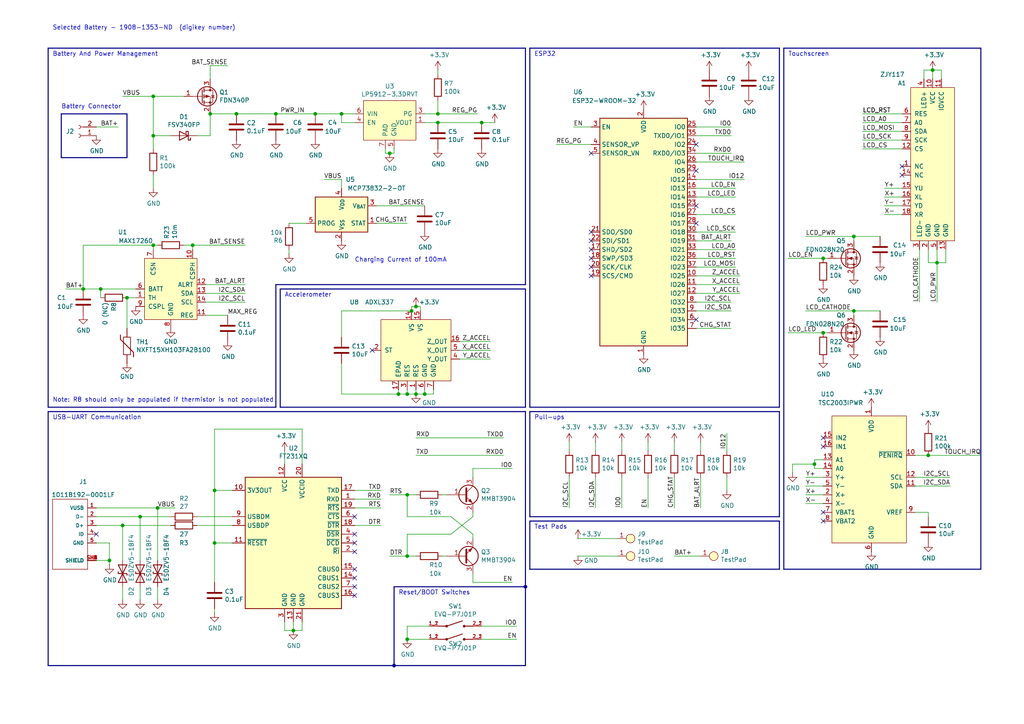
<source format=kicad_sch>
(kicad_sch (version 20250114) (generator "eeschema") (generator_version "9.0")
  (paper "A4")
  (title_block (title "ESP32 Custom SmartWatch") (date "2020-03-22") (rev "4") (comment 1 "https://hackaday.io/project/168227-custom-smartwatch") (comment 2 "Matthew James Bellafaire"))
  (text "Accelerometer\n" (at 82.55 86.36 0) (effects (font (size 1.27 1.27)) (justify left bottom)))
  (text "USB-UART Communication\n" (at 15.24 121.92 0) (effects (font (size 1.27 1.27)) (justify left bottom)))
  (text "Charging Current of 100mA\n" (at 102.87 76.2 0) (effects (font (size 1.27 1.27)) (justify left bottom)))
  (text "Selected Battery - 1908-1353-ND  (digikey number)" (at 15.24 8.89 0) (effects (font (size 1.27 1.27)) (justify left bottom)))
  (text "Test Pads\n" (at 154.94 153.67 0) (effects (font (size 1.27 1.27)) (justify left bottom)))
  (text "Pull-ups\n" (at 154.94 121.92 0) (effects (font (size 1.27 1.27)) (justify left bottom)))
  (text "Note: R8 should only be populated if thermistor is not populated" (at 15.24 116.84 0) (effects (font (size 1.27 1.27)) (justify left bottom)))
  (text "Battery Connector" (at 17.78 31.75 0) (effects (font (size 1.27 1.27)) (justify left bottom)))
  (text "Reset/BOOT Switches" (at 115.57 172.72 0) (effects (font (size 1.27 1.27)) (justify left bottom)))
  (text "Touchscreen " (at 228.6 16.51 0) (effects (font (size 1.27 1.27)) (justify left bottom)))
  (text "ESP32" (at 154.94 16.51 0) (effects (font (size 1.27 1.27)) (justify left bottom)))
  (text "Battery And Power Management" (at 15.24 16.51 0) (effects (font (size 1.27 1.27)) (justify left bottom)))
  (junction (at 55.88 71.12))
  (junction (at 127 35.56))
  (junction (at 80.01 33.02))
  (junction (at 68.58 33.02))
  (junction (at 62.23 157.48))
  (junction (at 269.24 132.08))
  (junction (at 35.56 152.4))
  (junction (at 114.3 193.04))
  (junction (at 113.03 44.45))
  (junction (at 238.76 96.52))
  (junction (at 118.11 161.29))
  (junction (at 29.21 83.82))
  (junction (at 247.65 90.17))
  (junction (at 44.45 27.94))
  (junction (at 152.4 170.18))
  (junction (at 36.83 86.36))
  (junction (at 44.45 39.37))
  (junction (at 119.38 90.17))
  (junction (at 247.65 68.58))
  (junction (at 85.09 182.88))
  (junction (at 120.65 114.3))
  (junction (at 270.51 20.32))
  (junction (at 31.75 162.56))
  (junction (at 271.78 76.2))
  (junction (at 45.72 147.32))
  (junction (at 118.11 114.3))
  (junction (at 99.06 33.02))
  (junction (at 24.13 83.82))
  (junction (at 139.7 35.56))
  (junction (at 118.11 143.51))
  (junction (at 123.19 114.3))
  (junction (at 40.64 149.86))
  (junction (at 236.22 134.62))
  (junction (at 118.11 185.42))
  (junction (at 62.23 142.24))
  (junction (at 115.57 114.3))
  (junction (at 60.96 33.02))
  (junction (at 44.45 71.12))
  (junction (at 91.44 33.02))
  (junction (at 127 33.02))
  (junction (at 120.65 88.9))
  (junction (at 238.76 74.93))
  (no_connect (at 201.93 59.69))
  (no_connect (at -30.48 34.29))
  (no_connect (at 171.45 80.01))
  (no_connect (at 201.93 49.53))
  (no_connect (at 201.93 64.77))
  (no_connect (at 201.93 92.71))
  (no_connect (at 102.87 167.64))
  (no_connect (at 102.87 172.72))
  (no_connect (at 238.76 151.13))
  (no_connect (at 171.45 67.31))
  (no_connect (at 238.76 127))
  (no_connect (at 102.87 165.1))
  (no_connect (at 107.95 101.6))
  (no_connect (at 238.76 148.59))
  (no_connect (at 27.94 154.94))
  (no_connect (at 238.76 129.54))
  (no_connect (at 102.87 157.48))
  (no_connect (at 171.45 44.45))
  (no_connect (at 102.87 149.86))
  (no_connect (at 171.45 74.93))
  (no_connect (at 171.45 69.85))
  (no_connect (at 171.45 77.47))
  (no_connect (at 261.62 48.26))
  (no_connect (at 171.45 72.39))
  (no_connect (at 102.87 160.02))
  (no_connect (at 261.62 50.8))
  (no_connect (at 102.87 154.94))
  (no_connect (at 102.87 170.18))
  (no_connect (at 201.93 41.91))
  (wire (pts (xy 228.6 96.52) (xy 238.76 96.52)))
  (wire (pts (xy 44.45 39.37) (xy 44.45 27.94)))
  (wire (pts (xy 137.16 168.91) (xy 148.59 168.91)))
  (wire (pts (xy 123.19 35.56) (xy 127 35.56)))
  (wire (pts (xy 165.1 138.43) (xy 165.1 147.32)))
  (wire (pts (xy 62.23 157.48) (xy 62.23 142.24)))
  (wire (pts (xy 137.16 135.89) (xy 148.59 135.89)))
  (bus (pts (xy 152.4 170.18) (xy 152.4 193.04)))
  (wire (pts (xy 82.55 182.88) (xy 85.09 182.88)))
  (wire (pts (xy 120.65 113.03) (xy 120.65 114.3)))
  (wire (pts (xy 82.55 180.34) (xy 82.55 182.88)))
  (bus (pts (xy 17.78 45.72) (xy 17.78 33.02)))
  (wire (pts (xy 85.09 182.88) (xy 87.63 182.88)))
  (wire (pts (xy 228.6 74.93) (xy 238.76 74.93)))
  (bus (pts (xy 81.28 118.11) (xy 152.4 118.11)))
  (bus (pts (xy 153.67 151.13) (xy 226.06 151.13)))
  (wire (pts (xy 118.11 114.3) (xy 120.65 114.3)))
  (wire (pts (xy 99.06 105.41) (xy 99.06 114.3)))
  (wire (pts (xy 201.93 87.63) (xy 212.09 87.63)))
  (wire (pts (xy 27.94 157.48) (xy 31.75 157.48)))
  (wire (pts (xy 213.36 72.39) (xy 201.93 72.39)))
  (bus (pts (xy 226.06 165.1) (xy 153.67 165.1)))
  (wire (pts (xy 213.36 62.23) (xy 201.93 62.23)))
  (wire (pts (xy 250.19 40.64) (xy 261.62 40.64)))
  (wire (pts (xy 165.1 128.27) (xy 165.1 130.81)))
  (wire (pts (xy 62.23 176.53) (xy 62.23 177.8)))
  (bus (pts (xy 114.3 170.18) (xy 114.3 193.04)))
  (wire (pts (xy 80.01 33.02) (xy 91.44 33.02)))
  (wire (pts (xy 29.21 83.82) (xy 39.37 83.82)))
  (wire (pts (xy 120.65 132.08) (xy 146.05 132.08)))
  (wire (pts (xy 118.11 149.86) (xy 118.11 143.51)))
  (wire (pts (xy 203.2 138.43) (xy 203.2 147.32)))
  (wire (pts (xy 201.93 90.17) (xy 212.09 90.17)))
  (wire (pts (xy 201.93 44.45) (xy 212.09 44.45)))
  (wire (pts (xy 62.23 124.46) (xy 87.63 124.46)))
  (wire (pts (xy 210.82 130.81) (xy 210.82 125.73)))
  (wire (pts (xy 123.19 113.03) (xy 123.19 114.3)))
  (wire (pts (xy 119.38 90.17) (xy 99.06 90.17)))
  (wire (pts (xy 119.38 90.17) (xy 119.38 88.9)))
  (wire (pts (xy 102.87 147.32) (xy 110.49 147.32)))
  (wire (pts (xy 125.73 114.3) (xy 125.73 113.03)))
  (wire (pts (xy 99.06 90.17) (xy 99.06 97.79)))
  (wire (pts (xy 124.46 185.42) (xy 118.11 185.42)))
  (bus (pts (xy 13.97 13.97) (xy 152.4 13.97)))
  (wire (pts (xy 180.34 128.27) (xy 180.34 130.81)))
  (wire (pts (xy 142.24 99.06) (xy 133.35 99.06)))
  (wire (pts (xy 109.22 64.77) (xy 118.11 64.77)))
  (wire (pts (xy 201.93 36.83) (xy 212.09 36.83)))
  (wire (pts (xy 238.76 74.93) (xy 240.03 74.93)))
  (wire (pts (xy 118.11 161.29) (xy 120.65 161.29)))
  (bus (pts (xy 226.06 118.11) (xy 226.06 13.97)))
  (wire (pts (xy 109.22 59.69) (xy 123.19 59.69)))
  (wire (pts (xy 31.75 157.48) (xy 31.75 162.56)))
  (wire (pts (xy 102.87 152.4) (xy 110.49 152.4)))
  (bus (pts (xy 81.28 83.82) (xy 81.28 118.11)))
  (wire (pts (xy 270.51 20.32) (xy 273.05 20.32)))
  (wire (pts (xy 59.69 85.09) (xy 71.12 85.09)))
  (wire (pts (xy 247.65 69.85) (xy 247.65 68.58)))
  (bus (pts (xy 226.06 165.1) (xy 226.06 151.13)))
  (wire (pts (xy 91.44 33.02) (xy 99.06 33.02)))
  (wire (pts (xy 201.93 80.01) (xy 214.63 80.01)))
  (bus (pts (xy 227.33 13.97) (xy 227.33 165.1)))
  (wire (pts (xy 137.16 149.86) (xy 130.81 154.94)))
  (wire (pts (xy 59.69 87.63) (xy 71.12 87.63)))
  (wire (pts (xy 139.7 181.61) (xy 149.86 181.61)))
  (wire (pts (xy 213.36 74.93) (xy 201.93 74.93)))
  (wire (pts (xy 35.56 170.18) (xy 35.56 173.99)))
  (bus (pts (xy 13.97 119.38) (xy 13.97 193.04)))
  (wire (pts (xy 35.56 162.56) (xy 35.56 152.4)))
  (bus (pts (xy 153.67 151.13) (xy 153.67 165.1)))
  (wire (pts (xy 195.58 161.29) (xy 203.2 161.29)))
  (wire (pts (xy 137.16 138.43) (xy 137.16 135.89)))
  (wire (pts (xy 39.37 86.36) (xy 36.83 86.36)))
  (wire (pts (xy 118.11 113.03) (xy 118.11 114.3)))
  (wire (pts (xy 265.43 140.97) (xy 275.59 140.97)))
  (wire (pts (xy 118.11 143.51) (xy 120.65 143.51)))
  (wire (pts (xy 274.32 76.2) (xy 274.32 72.39)))
  (wire (pts (xy 120.65 88.9) (xy 121.92 88.9)))
  (bus (pts (xy 13.97 193.04) (xy 114.3 193.04)))
  (wire (pts (xy 256.54 54.61) (xy 261.62 54.61)))
  (wire (pts (xy 233.68 68.58) (xy 247.65 68.58)))
  (wire (pts (xy 115.57 114.3) (xy 118.11 114.3)))
  (wire (pts (xy 247.65 68.58) (xy 255.27 68.58)))
  (wire (pts (xy 27.94 147.32) (xy 45.72 147.32)))
  (wire (pts (xy 139.7 185.42) (xy 149.86 185.42)))
  (bus (pts (xy 152.4 119.38) (xy 152.4 170.18)))
  (wire (pts (xy 62.23 142.24) (xy 67.31 142.24)))
  (wire (pts (xy 99.06 35.56) (xy 102.87 35.56)))
  (wire (pts (xy 114.3 44.45) (xy 114.3 43.18)))
  (wire (pts (xy 137.16 154.94) (xy 130.81 149.86)))
  (wire (pts (xy 113.03 143.51) (xy 118.11 143.51)))
  (wire (pts (xy 142.24 104.14) (xy 133.35 104.14)))
  (wire (pts (xy 19.05 83.82) (xy 24.13 83.82)))
  (wire (pts (xy 60.96 33.02) (xy 68.58 33.02)))
  (wire (pts (xy 44.45 27.94) (xy 35.56 27.94)))
  (wire (pts (xy 82.55 130.81) (xy 82.55 134.62)))
  (wire (pts (xy 57.15 149.86) (xy 67.31 149.86)))
  (bus (pts (xy 153.67 118.11) (xy 153.67 13.97)))
  (wire (pts (xy 271.78 76.2) (xy 274.32 76.2)))
  (wire (pts (xy 113.03 161.29) (xy 118.11 161.29)))
  (wire (pts (xy 236.22 135.89) (xy 238.76 135.89)))
  (wire (pts (xy 44.45 50.8) (xy 44.45 54.61)))
  (wire (pts (xy 27.94 149.86) (xy 40.64 149.86)))
  (wire (pts (xy 233.68 138.43) (xy 238.76 138.43)))
  (wire (pts (xy 267.97 20.32) (xy 270.51 20.32)))
  (bus (pts (xy 36.83 33.02) (xy 36.83 45.72)))
  (wire (pts (xy 284.48 132.08) (xy 269.24 132.08)))
  (wire (pts (xy 201.93 46.99) (xy 215.9 46.99)))
  (bus (pts (xy 80.01 82.55) (xy 152.4 82.55)))
  (wire (pts (xy 120.65 127) (xy 146.05 127)))
  (wire (pts (xy 187.96 128.27) (xy 187.96 130.81)))
  (wire (pts (xy 55.88 71.12) (xy 55.88 72.39)))
  (wire (pts (xy 99.06 33.02) (xy 99.06 35.56)))
  (bus (pts (xy 153.67 119.38) (xy 226.06 119.38)))
  (wire (pts (xy 99.06 114.3) (xy 115.57 114.3)))
  (wire (pts (xy 127 29.21) (xy 127 33.02)))
  (wire (pts (xy 119.38 88.9) (xy 120.65 88.9)))
  (wire (pts (xy 265.43 132.08) (xy 269.24 132.08)))
  (wire (pts (xy 40.64 149.86) (xy 49.53 149.86)))
  (wire (pts (xy 265.43 148.59) (xy 269.24 148.59)))
  (wire (pts (xy 172.72 138.43) (xy 172.72 147.32)))
  (wire (pts (xy 45.72 170.18) (xy 45.72 173.99)))
  (wire (pts (xy 113.03 44.45) (xy 114.3 44.45)))
  (wire (pts (xy 83.82 73.66) (xy 83.82 72.39)))
  (wire (pts (xy 201.93 52.07) (xy 215.9 52.07)))
  (wire (pts (xy 172.72 128.27) (xy 172.72 130.81)))
  (wire (pts (xy 24.13 71.12) (xy 44.45 71.12)))
  (wire (pts (xy 213.36 77.47) (xy 201.93 77.47)))
  (wire (pts (xy 99.06 52.07) (xy 99.06 54.61)))
  (wire (pts (xy 250.19 38.1) (xy 261.62 38.1)))
  (wire (pts (xy 236.22 134.62) (xy 236.22 135.89)))
  (wire (pts (xy 62.23 157.48) (xy 67.31 157.48)))
  (wire (pts (xy 60.96 19.05) (xy 66.04 19.05)))
  (wire (pts (xy 127 20.32) (xy 127 21.59)))
  (wire (pts (xy 201.93 82.55) (xy 214.63 82.55)))
  (wire (pts (xy 233.68 146.05) (xy 238.76 146.05)))
  (wire (pts (xy 87.63 134.62) (xy 87.63 124.46)))
  (bus (pts (xy 152.4 13.97) (xy 152.4 82.55)))
  (wire (pts (xy 60.96 39.37) (xy 60.96 33.02)))
  (wire (pts (xy 111.76 44.45) (xy 111.76 43.18)))
  (wire (pts (xy 256.54 57.15) (xy 261.62 57.15)))
  (wire (pts (xy 195.58 128.27) (xy 195.58 130.81)))
  (wire (pts (xy 55.88 71.12) (xy 71.12 71.12)))
  (wire (pts (xy 201.93 85.09) (xy 214.63 85.09)))
  (wire (pts (xy 44.45 27.94) (xy 53.34 27.94)))
  (wire (pts (xy 118.11 181.61) (xy 118.11 185.42)))
  (wire (pts (xy 59.69 91.44) (xy 66.04 91.44)))
  (wire (pts (xy 270.51 22.86) (xy 270.51 20.32)))
  (bus (pts (xy 284.48 13.97) (xy 284.48 165.1)))
  (wire (pts (xy 62.23 157.48) (xy 62.23 168.91)))
  (wire (pts (xy 201.93 39.37) (xy 212.09 39.37)))
  (wire (pts (xy 265.43 138.43) (xy 275.59 138.43)))
  (bus (pts (xy 17.78 33.02) (xy 36.83 33.02)))
  (wire (pts (xy 60.96 19.05) (xy 60.96 22.86)))
  (wire (pts (xy 171.45 36.83) (xy 166.37 36.83)))
  (wire (pts (xy 45.72 162.56) (xy 45.72 147.32)))
  (wire (pts (xy 93.98 52.07) (xy 99.06 52.07)))
  (wire (pts (xy 233.68 143.51) (xy 238.76 143.51)))
  (bus (pts (xy 153.67 119.38) (xy 153.67 149.86)))
  (wire (pts (xy 40.64 170.18) (xy 40.64 173.99)))
  (wire (pts (xy 250.19 35.56) (xy 261.62 35.56)))
  (wire (pts (xy 233.68 140.97) (xy 238.76 140.97)))
  (bus (pts (xy 152.4 83.82) (xy 152.4 118.11)))
  (bus (pts (xy 226.06 13.97) (xy 153.67 13.97)))
  (wire (pts (xy 233.68 90.17) (xy 247.65 90.17)))
  (wire (pts (xy 236.22 133.35) (xy 236.22 134.62)))
  (wire (pts (xy 115.57 113.03) (xy 115.57 114.3)))
  (wire (pts (xy 269.24 76.2) (xy 271.78 76.2)))
  (wire (pts (xy 201.93 95.25) (xy 212.09 95.25)))
  (wire (pts (xy 35.56 152.4) (xy 49.53 152.4)))
  (wire (pts (xy 40.64 162.56) (xy 40.64 149.86)))
  (wire (pts (xy 102.87 144.78) (xy 110.49 144.78)))
  (bus (pts (xy 13.97 13.97) (xy 13.97 118.11)))
  (wire (pts (xy 123.19 114.3) (xy 125.73 114.3)))
  (wire (pts (xy 128.27 161.29) (xy 129.54 161.29)))
  (wire (pts (xy 99.06 33.02) (xy 102.87 33.02)))
  (wire (pts (xy 269.24 72.39) (xy 269.24 76.2)))
  (wire (pts (xy 27.94 152.4) (xy 35.56 152.4)))
  (wire (pts (xy 87.63 182.88) (xy 87.63 180.34)))
  (wire (pts (xy 139.7 35.56) (xy 143.51 35.56)))
  (wire (pts (xy 201.93 69.85) (xy 212.09 69.85)))
  (bus (pts (xy 153.67 149.86) (xy 226.06 149.86)))
  (bus (pts (xy 153.67 118.11) (xy 226.06 118.11)))
  (wire (pts (xy 130.81 149.86) (xy 118.11 149.86)))
  (wire (pts (xy 83.82 64.77) (xy 88.9 64.77)))
  (wire (pts (xy 238.76 96.52) (xy 240.03 96.52)))
  (wire (pts (xy 111.76 44.45) (xy 113.03 44.45)))
  (wire (pts (xy 57.15 39.37) (xy 60.96 39.37)))
  (wire (pts (xy 180.34 138.43) (xy 180.34 147.32)))
  (wire (pts (xy 124.46 181.61) (xy 118.11 181.61)))
  (wire (pts (xy 68.58 33.02) (xy 80.01 33.02)))
  (wire (pts (xy 45.72 147.32) (xy 50.8 147.32)))
  (wire (pts (xy 210.82 142.24) (xy 210.82 138.43)))
  (wire (pts (xy 247.65 90.17) (xy 255.27 90.17)))
  (wire (pts (xy 201.93 54.61) (xy 213.36 54.61)))
  (wire (pts (xy 256.54 62.23) (xy 261.62 62.23)))
  (wire (pts (xy 44.45 71.12) (xy 45.72 71.12)))
  (wire (pts (xy 273.05 20.32) (xy 273.05 22.86)))
  (wire (pts (xy 31.75 162.56) (xy 31.75 163.83)))
  (wire (pts (xy 53.34 71.12) (xy 55.88 71.12)))
  (wire (pts (xy 256.54 59.69) (xy 261.62 59.69)))
  (wire (pts (xy 142.24 101.6) (xy 133.35 101.6)))
  (wire (pts (xy 213.36 57.15) (xy 201.93 57.15)))
  (wire (pts (xy 59.69 82.55) (xy 71.12 82.55)))
  (wire (pts (xy 85.09 180.34) (xy 85.09 182.88)))
  (wire (pts (xy 128.27 143.51) (xy 129.54 143.51)))
  (wire (pts (xy 250.19 33.02) (xy 261.62 33.02)))
  (wire (pts (xy 179.07 156.21) (xy 167.64 156.21)))
  (wire (pts (xy 238.76 133.35) (xy 236.22 133.35)))
  (bus (pts (xy 227.33 13.97) (xy 284.48 13.97)))
  (wire (pts (xy 236.22 134.62) (xy 229.87 134.62)))
  (bus (pts (xy 227.33 165.1) (xy 284.48 165.1)))
  (bus (pts (xy 226.06 119.38) (xy 226.06 149.86)))
  (wire (pts (xy 229.87 134.62) (xy 229.87 137.16)))
  (wire (pts (xy 195.58 138.43) (xy 195.58 147.32)))
  (bus (pts (xy 80.01 118.11) (xy 13.97 118.11)))
  (wire (pts (xy 127 33.02) (xy 138.43 33.02)))
  (wire (pts (xy 187.96 138.43) (xy 187.96 147.32)))
  (bus (pts (xy 114.3 193.04) (xy 152.4 193.04)))
  (wire (pts (xy 137.16 166.37) (xy 137.16 168.91)))
  (wire (pts (xy 121.92 88.9) (xy 121.92 90.17)))
  (wire (pts (xy 271.78 76.2) (xy 271.78 87.63)))
  (wire (pts (xy 36.83 86.36) (xy 36.83 95.25)))
  (wire (pts (xy 24.13 83.82) (xy 29.21 83.82)))
  (wire (pts (xy 269.24 149.86) (xy 269.24 148.59)))
  (wire (pts (xy 29.21 86.36) (xy 29.21 83.82)))
  (wire (pts (xy 267.97 22.86) (xy 267.97 20.32)))
  (bus (pts (xy 81.28 83.82) (xy 152.4 83.82)))
  (bus (pts (xy 80.01 82.55) (xy 80.01 118.11)))
  (wire (pts (xy 137.16 148.59) (xy 137.16 149.86)))
  (wire (pts (xy 203.2 128.27) (xy 203.2 130.81)))
  (wire (pts (xy 266.7 72.39) (xy 266.7 87.63)))
  (wire (pts (xy 130.81 154.94) (xy 118.11 154.94)))
  (wire (pts (xy 44.45 72.39) (xy 44.45 71.12)))
  (wire (pts (xy 213.36 67.31) (xy 201.93 67.31)))
  (wire (pts (xy 24.13 71.12) (xy 24.13 83.82)))
  (wire (pts (xy 271.78 72.39) (xy 271.78 76.2)))
  (wire (pts (xy 27.94 162.56) (xy 31.75 162.56)))
  (wire (pts (xy 137.16 156.21) (xy 137.16 154.94)))
  (wire (pts (xy 120.65 114.3) (xy 123.19 114.3)))
  (wire (pts (xy 179.07 161.29) (xy 167.64 161.29)))
  (wire (pts (xy 44.45 39.37) (xy 44.45 43.18)))
  (wire (pts (xy 57.15 152.4) (xy 67.31 152.4)))
  (wire (pts (xy 102.87 142.24) (xy 110.49 142.24)))
  (bus (pts (xy 152.4 170.18) (xy 114.3 170.18)))
  (wire (pts (xy 123.19 33.02) (xy 127 33.02)))
  (bus (pts (xy 36.83 45.72) (xy 17.78 45.72)))
  (wire (pts (xy 62.23 142.24) (xy 62.23 124.46)))
  (wire (pts (xy 127 35.56) (xy 139.7 35.56)))
  (wire (pts (xy 247.65 91.44) (xy 247.65 90.17)))
  (wire (pts (xy 49.53 39.37) (xy 44.45 39.37)))
  (wire (pts (xy 118.11 154.94) (xy 118.11 161.29)))
  (wire (pts (xy 27.94 36.83) (xy 34.29 36.83)))
  (wire (pts (xy 250.19 43.18) (xy 261.62 43.18)))
  (wire (pts (xy 171.45 41.91) (xy 161.29 41.91)))
  (bus (pts (xy 13.97 119.38) (xy 152.4 119.38)))
  (label "LCD_CATHODE" (at 233.68 90.17 0))
  (label "TOUCH_IRQ" (at 215.9 46.99 180))
  (label "LCD_PWR" (at 271.78 87.63 90))
  (label "LCD_RST" (at 250.19 33.02 0))
  (label "RXD0" (at 146.05 132.08 180))
  (label "BAT_SENSE" (at 71.12 71.12 180))
  (label "X_ACCEL" (at 214.63 82.55 180))
  (label "LCD_LED" (at 213.36 57.15 180))
  (label "RTS" (at 113.03 143.51 0))
  (label "VBUS" (at 35.56 27.94 0))
  (label "I2C_SDA" (at 212.09 90.17 180))
  (label "IO0" (at 212.09 36.83 180))
  (label "BAT_SENSE" (at 123.19 59.69 180))
  (label "I2C_SCL" (at 212.09 87.63 180))
  (label "PWR_IN" (at 81.28 33.02 0))
  (label "X+" (at 233.68 143.51 0))
  (label "I2C_SDA" (at 275.59 140.97 180))
  (label "X_ACCEL" (at 142.24 101.6 180))
  (label "LCD_CATHODE" (at 266.7 87.63 90))
  (label "LCD_EN" (at 213.36 54.61 180))
  (label "I2C_SCL" (at 71.12 87.63 180))
  (label "TXD" (at 110.49 142.24 180))
  (label "LCD_EN" (at 228.6 74.93 0))
  (label "CHG_STAT" (at 212.09 95.25 180))
  (label "I2C_SDA" (at 71.12 85.09 180))
  (label "TXD0" (at 146.05 127 180))
  (label "Y_ACCEL" (at 142.24 104.14 180))
  (label "RXD" (at 110.49 144.78 180))
  (label "I2C_SCL" (at 275.59 138.43 180))
  (label "RXD" (at 120.65 127 0))
  (label "IO0" (at 148.59 135.89 180))
  (label "BAT+" (at 19.05 83.82 0))
  (label "VBUS" (at 93.98 52.07 0))
  (label "Z_ACCEL" (at 142.24 99.06 180))
  (label "IO12" (at 215.9 52.07 180))
  (label "MAX_REG" (at 66.04 91.44 0))
  (label "X-" (at 256.54 62.23 0))
  (label "BAT+" (at 195.58 161.29 0))
  (label "LCD_CS" (at 213.36 62.23 180))
  (label "LCD_A0" (at 213.36 72.39 180))
  (label "LCD_CS" (at 250.19 43.18 0))
  (label "EN" (at 148.59 168.91 180))
  (label "TXD" (at 120.65 132.08 0))
  (label "BAT_SENSE" (at 66.04 19.05 180))
  (label "LCD_A0" (at 250.19 35.56 0))
  (label "LCD_PWR" (at 233.68 68.58 0))
  (label "DTR" (at 110.49 152.4 180))
  (label "LCD_RST" (at 250.19 33.02 0))
  (label "RTS" (at 110.49 147.32 180))
  (label "Y-" (at 233.68 140.97 0))
  (label "I2C_SDA" (at 172.72 147.32 90))
  (label "TXD0" (at 212.09 39.37 180))
  (label "IO0" (at 149.86 181.61 180))
  (label "Y+" (at 256.54 54.61 0))
  (label "TOUCH_IRQ" (at 284.48 132.08 180))
  (label "Y-" (at 256.54 59.69 0))
  (label "I2C_SCL" (at 165.1 147.32 90))
  (label "BAT_ALRT" (at 71.12 82.55 180))
  (label "BAT_ALRT" (at 203.2 147.32 90))
  (label "REG_PG" (at 138.43 33.02 180))
  (label "REG_PG" (at 161.29 41.91 0))
  (label "X-" (at 233.68 146.05 0))
  (label "Z_ACCEL" (at 214.63 80.01 180))
  (label "LCD_MOSI" (at 250.19 38.1 0))
  (label "CHG_STAT" (at 195.58 147.32 90))
  (label "LCD_LED" (at 228.6 96.52 0))
  (label "VBUS" (at 50.8 147.32 180))
  (label "LCD_RST" (at 213.36 74.93 180))
  (label "X+" (at 256.54 57.15 0))
  (label "IO12" (at 210.82 125.73 270))
  (label "IO0" (at 180.34 147.32 90))
  (label "CHG_STAT" (at 118.11 64.77 180))
  (label "LCD_MOSI" (at 213.36 77.47 180))
  (label "BAT_ALRT" (at 212.09 69.85 180))
  (label "Y+" (at 233.68 138.43 0))
  (label "LCD_SCK" (at 250.19 40.64 0))
  (label "Y_ACCEL" (at 214.63 85.09 180))
  (label "BAT+" (at 34.29 36.83 180))
  (label "RXD0" (at 212.09 44.45 180))
  (label "DTR" (at 113.03 161.29 0))
  (label "EN" (at 149.86 185.42 180))
  (label "EN" (at 187.96 147.32 90))
  (label "EN" (at 166.37 36.83 0))
  (label "LCD_SCK" (at 213.36 67.31 180))
  (symbol (lib_id "RF_Module:ESP32-WROOM-32") (at 186.69 67.31 0) (unit 1)
    (property "Reference" "U6" (at 167.64 26.67 0))
    (property "Value" "ESP32-WROOM-32" (at 175.26 29.21 0))
    (property "Footprint" "RF_Module:ESP32-WROOM-32" (effects (hide yes)))
    (property "Datasheet" "https://www.espressif.com/sites/default/files/documentation/esp32-wroom-32_datasheet_en.pdf" (effects (hide yes)))
    (property "digikey" "1904-1010-1-ND" (effects (hide yes)))
  )
  (symbol (lib_id "Device:R") (at 180.34 134.62 0) (unit 1)
    (property "Reference" "R15" (at 182.118 133.4516 0) (effects (justify left)))
    (property "Value" "10k" (at 182.118 135.763 0) (effects (justify left)))
    (property "Footprint" "Resistor_SMD:R_0603_1608Metric" (effects (hide yes)))
    (property "digikey" "311-10.0KCRCT-ND" (effects (hide yes)))
  )
  (symbol (lib_id "power:+3.3V") (at 186.69 31.75 0) (unit 1)
    (property "Reference" "#PWR0101" (effects (hide yes)))
    (property "Value" "+3.3V" (at 187.071 27.3558 0))
  )
  (symbol (lib_id "power:+3.3V") (at 180.34 128.27 0) (unit 1)
    (property "Reference" "#PWR0103" (effects (hide yes)))
    (property "Value" "+3.3V" (at 180.721 123.8758 0))
  )
  (symbol (lib_id "power:+3.3V") (at 187.96 128.27 0) (unit 1)
    (property "Reference" "#PWR0104" (effects (hide yes)))
    (property "Value" "+3.3V" (at 188.341 123.8758 0))
  )
  (symbol (lib_id "power:GND") (at 186.69 102.87 0) (unit 1)
    (property "Reference" "#PWR0102" (effects (hide yes)))
    (property "Value" "GND" (at 186.817 107.2642 0))
  )
  (symbol (lib_id "Device:R") (at 187.96 134.62 0) (unit 1)
    (property "Reference" "R16" (at 189.738 133.4516 0) (effects (justify left)))
    (property "Value" "10k" (at 189.738 135.763 0) (effects (justify left)))
    (property "Footprint" "Resistor_SMD:R_0603_1608Metric" (effects (hide yes)))
    (property "digikey" "311-10.0KCRCT-ND" (effects (hide yes)))
  )
  (symbol (lib_id "Device:Q_NPN_BEC") (at 134.62 143.51 0) (unit 1)
    (property "Reference" "Q2" (at 139.4714 142.3416 0) (effects (justify left)))
    (property "Value" "MMBT3904" (at 139.4714 144.653 0) (effects (justify left)))
    (property "Footprint" "Package_TO_SOT_SMD:SOT-23" (effects (hide yes)))
    (property "Datasheet" "https://assets.nexperia.com/documents/data-sheet/MMBT3904.pdf" (effects (hide yes)))
    (property "digikey" "1727-4044-1-ND" (effects (hide yes)))
  )
  (symbol (lib_id "Device:Q_NPN_BEC") (at 134.62 161.29 0) (mirror x) (unit 1)
    (property "Reference" "Q3" (at 139.4714 160.1216 0) (effects (justify left)))
    (property "Value" "MMBT3904" (at 139.4714 162.433 0) (effects (justify left)))
    (property "Footprint" "Package_TO_SOT_SMD:SOT-23" (effects (hide yes)))
    (property "Datasheet" "https://assets.nexperia.com/documents/data-sheet/MMBT3904.pdf" (effects (hide yes)))
    (property "digikey" "1727-4044-1-ND" (effects (hide yes)))
  )
  (symbol (lib_id "Device:R") (at 124.46 143.51 270) (unit 1)
    (property "Reference" "R9" (at 124.46 146.05 90) (effects (justify left)))
    (property "Value" "10k" (at 124.46 148.59 90) (effects (justify left)))
    (property "Footprint" "Resistor_SMD:R_0603_1608Metric" (effects (hide yes)))
    (property "digikey" "311-10.0KCRCT-ND" (effects (hide yes)))
  )
  (symbol (lib_id "Device:R") (at 124.46 161.29 270) (unit 1)
    (property "Reference" "R10" (at 124.46 163.83 90) (effects (justify left)))
    (property "Value" "10k" (at 124.46 166.37 90) (effects (justify left)))
    (property "Footprint" "Resistor_SMD:R_0603_1608Metric" (effects (hide yes)))
    (property "digikey" "311-10.0KCRCT-ND" (effects (hide yes)))
  )
  (symbol (lib_id "power:+3.3V") (at 82.55 130.81 0) (unit 1)
    (property "Reference" "#PWR0105" (effects (hide yes)))
    (property "Value" "+3.3V" (at 82.931 126.4158 0))
  )
  (symbol (lib_id "power:GND") (at 62.23 177.8 0) (unit 1)
    (property "Reference" "#PWR0106" (effects (hide yes)))
    (property "Value" "GND" (at 62.357 182.1942 0))
  )
  (symbol (lib_id "Device:C") (at 62.23 172.72 0) (unit 1)
    (property "Reference" "C3" (at 65.151 171.5516 0) (effects (justify left)))
    (property "Value" "0.1uF" (at 65.151 173.863 0) (effects (justify left)))
    (property "Footprint" "Capacitor_SMD:C_0603_1608Metric" (effects (hide yes)))
    (property "digikey" "1276-1006-1-ND" (effects (hide yes)))
  )
  (symbol (lib_id "power:GND") (at 85.09 182.88 0) (unit 1)
    (property "Reference" "#PWR0107" (effects (hide yes)))
    (property "Value" "GND" (at 85.217 187.2742 0))
  )
  (symbol (lib_name "10118192-0001LF_1") (lib_id "CustomParts:10118192-0001LF") (at 20.32 154.94 0) (mirror y) (unit 1)
    (property "Reference" "J1" (at 24.13 139.7 0))
    (property "Value" "10118192-0001LF" (at 24.13 143.51 0))
    (property "Footprint" "CustomFootprints:AMPHENOL_10118192-0001LF" (effects (hide yes)))
    (property "Datasheet" "Amphenol ICC" (effects (hide yes)))
    (property "Field4" "None" (effects (hide yes)))
    (property "Field5" "Single Port 5 Contact Horizontal Right Angle Shielded Micro B USB 2.0 Connector" (effects (hide yes)))
    (property "digikey" "609-4613-1-ND" (effects (hide yes)))
    (property "Field7" "10118192-0001LF" (effects (hide yes)))
    (property "Field8" "https://www.digikey.com/product-detail/en/amphenol-icc-fci/10118192-0001LF/609-4613-1-ND/2785378?utm_source=snapeda&utm_medium=aggregator&utm_campaign=symbol" (effects (hide yes)))
  )
  (symbol (lib_id "Device:R") (at 53.34 149.86 90) (unit 1)
    (property "Reference" "R2" (at 53.34 144.6022 90))
    (property "Value" "27" (at 53.34 146.9136 90))
    (property "Footprint" "Resistor_SMD:R_0603_1608Metric" (effects (hide yes)))
    (property "digikey" "RMCF0603JT27R0CT-ND" (effects (hide yes)))
  )
  (symbol (lib_id "power:GND") (at 31.75 163.83 0) (unit 1)
    (property "Reference" "#PWR0108" (effects (hide yes)))
    (property "Value" "GND" (at 31.877 168.2242 0))
  )
  (symbol (lib_id "Device:Q_PMOS_GSD") (at 58.42 27.94 0) (unit 1)
    (property "Reference" "Q1" (at 63.6016 26.7716 0) (effects (justify left)))
    (property "Value" "FDN340P" (at 63.6016 29.083 0) (effects (justify left)))
    (property "Footprint" "Package_TO_SOT_SMD:SOT-23" (effects (hide yes)))
    (property "Datasheet" "https://www.onsemi.com/pub/Collateral/FDN340P-D.PDF" (effects (hide yes)))
    (property "digikey" "FDN340PCT-ND" (effects (hide yes)))
  )
  (symbol (lib_id "Device:D_Schottky") (at 53.34 39.37 180) (unit 1)
    (property "Reference" "D1" (at 53.34 33.8836 0))
    (property "Value" "FSV340FP" (at 53.34 36.195 0))
    (property "Footprint" "Diode_SMD:D_SOD-123" (effects (hide yes)))
    (property "Datasheet" "https://www.onsemi.com/pub/Collateral/FSV360FP-D.PDF" (effects (hide yes)))
    (property "digikey" "FSV340FPCT-ND" (effects (hide yes)))
  )
  (symbol (lib_id "Device:R") (at 269.24 128.27 0) (unit 1)
    (property "Reference" "R21" (at 271.018 127.1016 0) (effects (justify left)))
    (property "Value" "100k" (at 271.018 129.413 0) (effects (justify left)))
    (property "Footprint" "Resistor_SMD:R_0603_1608Metric" (effects (hide yes)))
    (property "digikey" "CR0603-JW-104ELFCT-ND" (effects (hide yes)))
  )
  (symbol (lib_id "power:+3.3V") (at 269.24 124.46 0) (unit 1)
    (property "Reference" "#PWR0145" (effects (hide yes)))
    (property "Value" "+3.3V" (at 269.621 120.0658 0))
  )
  (symbol (lib_id "Device:R") (at 44.45 46.99 0) (unit 1)
    (property "Reference" "R1" (at 46.228 45.8216 0) (effects (justify left)))
    (property "Value" "100k" (at 46.228 48.133 0) (effects (justify left)))
    (property "Footprint" "Resistor_SMD:R_0603_1608Metric" (effects (hide yes)))
    (property "digikey" "CR0603-JW-104ELFCT-ND" (effects (hide yes)))
  )
  (symbol (lib_id "power:GND") (at 44.45 54.61 0) (unit 1)
    (property "Reference" "#PWR0115" (effects (hide yes)))
    (property "Value" "GND" (at 44.577 59.0042 0))
  )
  (symbol (lib_id "CustomParts:LP5912-3.3DRVT") (at 113.03 34.29 0) (unit 1)
    (property "Reference" "U3" (at 113.03 25.019 0))
    (property "Value" "LP5912-3.3DRVT" (at 113.03 27.3304 0))
    (property "Footprint" "Package_SON:WSON-6-1EP_2x2mm_P0.65mm_EP1x1.6mm_ThermalVias" (effects (hide yes)))
    (property "Datasheet" "http://www.ti.com/lit/ds/symlink/lp5912.pdf" (effects (hide yes)))
    (property "digikey" "296-44153-1-ND" (effects (hide yes)))
  )
  (symbol (lib_id "power:GND") (at 113.03 44.45 0) (unit 1)
    (property "Reference" "#PWR0116" (effects (hide yes)))
    (property "Value" "GND" (at 113.157 48.8442 0))
  )
  (symbol (lib_id "power:+3.3V") (at 143.51 35.56 0) (unit 1)
    (property "Reference" "#PWR0117" (effects (hide yes)))
    (property "Value" "+3.3V" (at 143.891 31.1658 0))
  )
  (symbol (lib_id "Device:C") (at 68.58 36.83 0) (unit 1)
    (property "Reference" "C2" (at 71.501 35.6616 0) (effects (justify left)))
    (property "Value" "0.1uF" (at 71.501 37.973 0) (effects (justify left)))
    (property "Footprint" "Capacitor_SMD:C_0603_1608Metric" (effects (hide yes)))
    (property "digikey" "1276-1006-1-ND" (effects (hide yes)))
  )
  (symbol (lib_id "Device:C") (at 139.7 39.37 0) (unit 1)
    (property "Reference" "C8" (at 142.621 38.2016 0) (effects (justify left)))
    (property "Value" "0.1uF" (at 142.621 40.513 0) (effects (justify left)))
    (property "Footprint" "Capacitor_SMD:C_0603_1608Metric" (effects (hide yes)))
    (property "digikey" "1276-1006-1-ND" (effects (hide yes)))
  )
  (symbol (lib_id "power:GND") (at 68.58 40.64 0) (unit 1)
    (property "Reference" "#PWR0118" (effects (hide yes)))
    (property "Value" "GND" (at 68.707 45.0342 0))
  )
  (symbol (lib_id "power:GND") (at 139.7 43.18 0) (unit 1)
    (property "Reference" "#PWR0119" (effects (hide yes)))
    (property "Value" "GND" (at 139.827 47.5742 0))
  )
  (symbol (lib_id "Device:C") (at 127 39.37 0) (unit 1)
    (property "Reference" "C5" (at 129.921 38.2016 0) (effects (justify left)))
    (property "Value" "10uF" (at 129.921 40.513 0) (effects (justify left)))
    (property "Footprint" "Capacitor_SMD:C_0603_1608Metric" (effects (hide yes)))
    (property "digikey" "478-10766-1-ND" (effects (hide yes)))
  )
  (symbol (lib_id "power:GND") (at 127 43.18 0) (unit 1)
    (property "Reference" "#PWR0120" (effects (hide yes)))
    (property "Value" "GND" (at 127.127 47.5742 0))
  )
  (symbol (lib_id "Device:C") (at 24.13 87.63 0) (unit 1)
    (property "Reference" "C1" (at 16.51 86.36 0) (effects (justify left)))
    (property "Value" "10uF" (at 16.51 88.9 0) (effects (justify left)))
    (property "Footprint" "Capacitor_SMD:C_0603_1608Metric" (effects (hide yes)))
    (property "digikey" "478-10766-1-ND" (effects (hide yes)))
  )
  (symbol (lib_id "power:GND") (at 91.44 40.64 0) (unit 1)
    (property "Reference" "#PWR0121" (effects (hide yes)))
    (property "Value" "GND" (at 91.567 45.0342 0))
  )
  (symbol (lib_id "Device:R") (at 127 25.4 0) (unit 1)
    (property "Reference" "R7" (at 128.778 24.2316 0) (effects (justify left)))
    (property "Value" "100k" (at 128.778 26.543 0) (effects (justify left)))
    (property "Footprint" "Resistor_SMD:R_0603_1608Metric" (effects (hide yes)))
    (property "digikey" "CR0603-JW-104ELFCT-ND" (effects (hide yes)))
  )
  (symbol (lib_id "power:+3.3V") (at 127 20.32 0) (unit 1)
    (property "Reference" "#PWR0122" (effects (hide yes)))
    (property "Value" "+3.3V" (at 127.381 15.9258 0))
  )
  (symbol (lib_id "Device:R") (at 172.72 134.62 0) (unit 1)
    (property "Reference" "R14" (at 174.498 133.4516 0) (effects (justify left)))
    (property "Value" "10k" (at 174.498 135.763 0) (effects (justify left)))
    (property "Footprint" "Resistor_SMD:R_0603_1608Metric" (effects (hide yes)))
    (property "digikey" "311-10.0KCRCT-ND" (effects (hide yes)))
  )
  (symbol (lib_id "power:+3.3V") (at 172.72 128.27 0) (unit 1)
    (property "Reference" "#PWR0109" (effects (hide yes)))
    (property "Value" "+3.3V" (at 173.101 123.8758 0))
  )
  (symbol (lib_id "Device:R") (at 165.1 134.62 0) (unit 1)
    (property "Reference" "R13" (at 166.878 133.4516 0) (effects (justify left)))
    (property "Value" "10k" (at 166.878 135.763 0) (effects (justify left)))
    (property "Footprint" "Resistor_SMD:R_0603_1608Metric" (effects (hide yes)))
    (property "digikey" "311-10.0KCRCT-ND" (effects (hide yes)))
  )
  (symbol (lib_id "power:+3.3V") (at 165.1 128.27 0) (unit 1)
    (property "Reference" "#PWR0110" (effects (hide yes)))
    (property "Value" "+3.3V" (at 165.481 123.8758 0))
  )
  (symbol (lib_id "CustomParts:TestPad") (at 203.2 161.29 0) (unit 1)
    (property "Reference" "J8" (at 208.9912 159.9946 0) (effects (justify left)))
    (property "Value" "TestPad" (at 208.9912 162.306 0) (effects (justify left)))
    (property "Footprint" "CustomFootprints:TESTPAD" (effects (hide yes)))
  )
  (symbol (lib_id "power:+3.3V") (at 167.64 156.21 0) (unit 1)
    (property "Reference" "#PWR0111" (effects (hide yes)))
    (property "Value" "+3.3V" (at 171.45 154.94 0))
  )
  (symbol (lib_id "CustomParts:TestPad") (at 179.07 161.29 0) (unit 1)
    (property "Reference" "J10" (at 184.8612 159.9946 0) (effects (justify left)))
    (property "Value" "TestPad" (at 184.8612 162.306 0) (effects (justify left)))
    (property "Footprint" "CustomFootprints:TESTPAD" (effects (hide yes)))
  )
  (symbol (lib_id "CustomParts:TestPad") (at 179.07 156.21 0) (unit 1)
    (property "Reference" "J9" (at 184.8612 154.9146 0) (effects (justify left)))
    (property "Value" "TestPad" (at 184.8612 157.226 0) (effects (justify left)))
    (property "Footprint" "CustomFootprints:TESTPAD" (effects (hide yes)))
  )
  (symbol (lib_id "power:GND") (at 167.64 161.29 0) (unit 1)
    (property "Reference" "#PWR0112" (effects (hide yes)))
    (property "Value" "GND" (at 171.45 162.56 0))
  )
  (symbol (lib_id "Device:R") (at 210.82 134.62 0) (unit 1)
    (property "Reference" "R19" (at 212.598 133.4516 0) (effects (justify left)))
    (property "Value" "10k" (at 212.598 135.763 0) (effects (justify left)))
    (property "Footprint" "Resistor_SMD:R_0603_1608Metric" (effects (hide yes)))
    (property "digikey" "311-10.0KCRCT-ND" (effects (hide yes)))
  )
  (symbol (lib_id "power:GND") (at 24.13 91.44 0) (unit 1)
    (property "Reference" "#PWR0143" (effects (hide yes)))
    (property "Value" "GND" (at 24.257 95.8342 0))
  )
  (symbol (lib_id "power:GND") (at 210.82 142.24 0) (unit 1)
    (property "Reference" "#PWR0146" (effects (hide yes)))
    (property "Value" "GND" (at 210.947 146.6342 0))
  )
  (symbol (lib_id "Device:C") (at 91.44 36.83 0) (mirror y) (unit 1)
    (property "Reference" "C4" (at 97.79 35.56 0) (effects (justify left)))
    (property "Value" "10uF" (at 99.06 38.1 0) (effects (justify left)))
    (property "Footprint" "Capacitor_SMD:C_0603_1608Metric" (effects (hide yes)))
    (property "digikey" "478-10766-1-ND" (effects (hide yes)))
  )
  (symbol (lib_id "Battery_Management:MCP73832-2-OT") (at 99.06 62.23 0) (unit 1)
    (property "Reference" "U5" (at 101.6 52.07 0))
    (property "Value" "MCP73832-2-OT" (at 109.22 54.61 0))
    (property "Footprint" "Package_TO_SOT_SMD:SOT-23-5" (effects (hide yes)))
    (property "Datasheet" "http://ww1.microchip.com/downloads/en/DeviceDoc/20001984g.pdf" (effects (hide yes)))
    (property "digikey" "MCP73832T-2ACI/OTCT-ND" (effects (hide yes)))
  )
  (symbol (lib_id "power:GND") (at 99.06 69.85 0) (unit 1)
    (property "Reference" "#PWR0141" (effects (hide yes)))
    (property "Value" "GND" (at 99.187 74.2442 0))
  )
  (symbol (lib_id "Device:C") (at 123.19 63.5 0) (unit 1)
    (property "Reference" "C7" (at 126.111 62.3316 0) (effects (justify left)))
    (property "Value" "10uF" (at 126.111 64.643 0) (effects (justify left)))
    (property "Footprint" "Capacitor_SMD:C_0603_1608Metric" (effects (hide yes)))
    (property "digikey" "478-10766-1-ND" (effects (hide yes)))
  )
  (symbol (lib_id "power:GND") (at 123.19 67.31 0) (unit 1)
    (property "Reference" "#PWR0140" (effects (hide yes)))
    (property "Value" "GND" (at 123.317 71.7042 0))
  )
  (symbol (lib_id "Device:R") (at 83.82 68.58 180) (unit 1)
    (property "Reference" "R6" (at 82.042 69.7484 0) (effects (justify left)))
    (property "Value" "10k" (at 82.042 67.437 0) (effects (justify left)))
    (property "Footprint" "Resistor_SMD:R_0603_1608Metric" (effects (hide yes)))
    (property "digikey" "311-10.0KCRCT-ND" (effects (hide yes)))
  )
  (symbol (lib_id "power:GND") (at 83.82 73.66 0) (unit 1)
    (property "Reference" "#PWR0139" (effects (hide yes)))
    (property "Value" "GND" (at 83.947 78.0542 0))
  )
  (symbol (lib_id "Device:R") (at 195.58 134.62 0) (unit 1)
    (property "Reference" "R17" (at 197.358 133.4516 0) (effects (justify left)))
    (property "Value" "10k" (at 197.358 135.763 0) (effects (justify left)))
    (property "Footprint" "Resistor_SMD:R_0603_1608Metric" (effects (hide yes)))
    (property "digikey" "311-10.0KCRCT-ND" (effects (hide yes)))
  )
  (symbol (lib_id "power:+3.3V") (at 195.58 128.27 0) (unit 1)
    (property "Reference" "#PWR0113" (effects (hide yes)))
    (property "Value" "+3.3V" (at 195.961 123.8758 0))
  )
  (symbol (lib_id "power:+3.3V") (at 203.2 128.27 0) (unit 1)
    (property "Reference" "#PWR0114" (effects (hide yes)))
    (property "Value" "+3.3V" (at 203.581 123.8758 0))
  )
  (symbol (lib_id "Device:R") (at 203.2 134.62 0) (unit 1)
    (property "Reference" "R18" (at 204.978 133.4516 0) (effects (justify left)))
    (property "Value" "10k" (at 204.978 135.763 0) (effects (justify left)))
    (property "Footprint" "Resistor_SMD:R_0603_1608Metric" (effects (hide yes)))
    (property "digikey" "311-10.0KCRCT-ND" (effects (hide yes)))
  )
  (symbol (lib_id "Device:R") (at 53.34 152.4 90) (unit 1)
    (property "Reference" "R3" (at 53.34 157.48 90))
    (property "Value" "27" (at 53.34 154.94 90))
    (property "Footprint" "Resistor_SMD:R_0603_1608Metric" (effects (hide yes)))
    (property "digikey" "RMCF0603JT27R0CT-ND" (effects (hide yes)))
  )
  (symbol (lib_id "Interface_USB:FT231XQ") (at 85.09 157.48 0) (unit 1)
    (property "Reference" "U2" (at 85.09 130.0226 0))
    (property "Value" "FT231XQ" (at 85.09 132.334 0))
    (property "Footprint" "Package_DFN_QFN:QFN-20-1EP_4x4mm_P0.5mm_EP2.5x2.5mm" (effects (hide yes)))
    (property "Datasheet" "https://www.ftdichip.com/Support/Documents/DataSheets/ICs/DS_FT231X.pdf" (effects (hide yes)))
    (property "digikey" "768-1128-1-ND" (effects (hide yes)))
  )
  (symbol (lib_id "power:GND") (at 39.37 88.9 0) (unit 1)
    (property "Reference" "#PWR0142" (effects (hide yes)))
    (property "Value" "GND" (at 39.497 93.2942 0))
  )
  (symbol (lib_id "Connector:Conn_01x02_Female") (at 22.86 39.37 180) (unit 1)
    (property "Reference" "J2" (at 20.32 38.1 0))
    (property "Footprint" "CustomFootprints:BATTERY" (effects (hide yes)))
  )
  (symbol (lib_id "Device:R") (at 49.53 71.12 90) (unit 1)
    (property "Reference" "R23" (at 48.3616 69.342 0) (effects (justify left)))
    (property "Value" "10m" (at 50.673 69.342 0) (effects (justify left)))
    (property "Footprint" "Resistor_SMD:R_0805_2012Metric" (effects (hide yes)))
    (property "Datasheet" "https://d1d2qsbl8m0m72.cloudfront.net/en/products/databook/datasheet/passive/resistor/chip_resistor/pmr-e.pdf" (effects (hide yes)))
    (property "digikey" "RL12T.010JCT-ND" (effects (hide yes)))
  )
  (symbol (lib_id "power:GND") (at 27.94 39.37 0) (unit 1)
    (property "Reference" "#PWR0124" (effects (hide yes)))
    (property "Value" "GND" (at 28.067 43.7642 0))
  )
  (symbol (lib_id "CustomParts:ZJY117") (at 270.51 49.53 0) (unit 1)
    (property "Reference" "A1" (at 260.35 24.13 0) (effects (justify left)))
    (property "Value" "ZJY117" (at 255.27 21.59 0) (effects (justify left)))
    (property "Footprint" "CustomFootprints:ZJY117" (effects (hide yes)))
    (property "Datasheet" "https://www.icbanq.com/icdownload/data/ICBShop/Board/ZJY117-1.8_18P%20TFT%20LCD%20With%20Touch%20Panel.pdf" (effects (hide yes)))
  )
  (symbol (lib_name "EVQ-P7J01P_1") (lib_id "CustomParts:EVQ-P7J01P") (at 132.08 185.42 0) (unit 1)
    (property "Reference" "SW2" (at 132.08 186.69 0))
    (property "Value" "EVQ-P7J01P" (at 132.08 187.96 0))
    (property "Footprint" "CustomFootprints:SW_EVQ-P7J01P" (effects (hide yes)))
    (property "Datasheet" "Panasonic" (effects (hide yes)))
    (property "Field4" "Manufacturer Recommendation" (effects (hide yes)))
    (property "digikey" "P16767CT-ND" (effects (hide yes)))
  )
  (symbol (lib_name "EVQ-P7J01P_2") (lib_id "CustomParts:EVQ-P7J01P") (at 132.08 181.61 0) (unit 1)
    (property "Reference" "SW1" (at 132.08 175.8442 0))
    (property "Value" "EVQ-P7J01P" (at 132.08 178.1556 0))
    (property "Footprint" "CustomFootprints:SW_EVQ-P7J01P" (effects (hide yes)))
    (property "Datasheet" "Panasonic" (effects (hide yes)))
    (property "Field4" "Manufacturer Recommendation" (effects (hide yes)))
    (property "digikey" "P16767CT-ND" (effects (hide yes)))
  )
  (symbol (lib_id "power:GND") (at 118.11 185.42 0) (unit 1)
    (property "Reference" "#PWR0134" (effects (hide yes)))
    (property "Value" "GND" (at 118.237 189.8142 0))
  )
  (symbol (lib_id "power:GND") (at 49.53 95.25 0) (unit 1)
    (property "Reference" "#PWR01" (effects (hide yes)))
    (property "Value" "GND" (at 49.53 99.06 0))
  )
  (symbol (lib_id "Device:C") (at 66.04 95.25 0) (unit 1)
    (property "Reference" "C11" (at 68.961 94.0816 0) (effects (justify left)))
    (property "Value" "0.1uF" (at 68.961 96.393 0) (effects (justify left)))
    (property "Footprint" "Capacitor_SMD:C_0603_1608Metric" (effects (hide yes)))
    (property "digikey" "1276-1006-1-ND" (effects (hide yes)))
  )
  (symbol (lib_id "power:GND") (at 66.04 99.06 0) (unit 1)
    (property "Reference" "#PWR02" (effects (hide yes)))
    (property "Value" "GND" (at 66.167 103.4542 0))
  )
  (symbol (lib_id "CustomParts:TSC2003IPWR") (at 252.73 139.7 0) (unit 1)
    (property "Reference" "U10" (at 240.03 114.3 0))
    (property "Value" "TSC2003IPWR" (at 243.84 116.84 0))
    (property "Footprint" "Package_SO:TSSOP-16_4.4x5mm_P0.65mm" (effects (hide yes)))
    (property "Datasheet" "http://www.ti.com/lit/ds/symlink/tsc2003.pdf" (effects (hide yes)))
    (property "digikey" "296-14340-1-ND" (effects (hide yes)))
  )
  (symbol (lib_id "power:GND") (at 252.73 160.02 0) (unit 1)
    (property "Reference" "#PWR0135" (effects (hide yes)))
    (property "Value" "GND" (at 252.857 164.4142 0))
  )
  (symbol (lib_id "power:+3.3V") (at 252.73 118.11 0) (unit 1)
    (property "Reference" "#PWR0136" (effects (hide yes)))
    (property "Value" "+3.3V" (at 253.111 113.7158 0))
  )
  (symbol (lib_id "Device:C") (at 269.24 153.67 0) (unit 1)
    (property "Reference" "C10" (at 272.161 152.5016 0) (effects (justify left)))
    (property "Value" "10uF" (at 272.161 154.813 0) (effects (justify left)))
    (property "Footprint" "Capacitor_SMD:C_0603_1608Metric" (effects (hide yes)))
    (property "digikey" "478-10766-1-ND" (effects (hide yes)))
  )
  (symbol (lib_id "power:GND") (at 269.24 157.48 0) (unit 1)
    (property "Reference" "#PWR0137" (effects (hide yes)))
    (property "Value" "GND" (at 269.367 161.8742 0))
  )
  (symbol (lib_id "power:GND") (at 229.87 137.16 0) (unit 1)
    (property "Reference" "#PWR0138" (effects (hide yes)))
    (property "Value" "GND" (at 229.997 141.5542 0))
  )
  (symbol (lib_id "power:GND") (at 247.65 101.6 0) (unit 1)
    (property "Reference" "#PWR0123" (effects (hide yes)))
    (property "Value" "GND" (at 247.777 105.9942 0))
  )
  (symbol (lib_id "CustomParts:MAX17260") (at 49.53 85.09 0) (unit 1)
    (property "Reference" "U1" (at 35.56 67.31 0))
    (property "Value" "MAX17260" (at 39.37 69.85 0))
    (property "Footprint" "CustomFootprints:TDFN16-EP" (effects (hide yes)))
    (property "Datasheet" "https://datasheets.maximintegrated.com/en/ds/MAX17260.pdf" (effects (hide yes)))
    (property "digikey" "175-MAX17260SEWL+TCT-ND" (effects (hide yes)))
  )
  (symbol (lib_id "Device:R") (at 238.76 78.74 0) (unit 1)
    (property "Reference" "R24" (at 240.538 77.5716 0) (effects (justify left)))
    (property "Value" "10k" (at 240.538 79.883 0) (effects (justify left)))
    (property "Footprint" "Resistor_SMD:R_0603_1608Metric" (effects (hide yes)))
    (property "digikey" "311-10.0KCRCT-ND" (effects (hide yes)))
  )
  (symbol (lib_id "power:GND") (at 247.65 80.01 0) (unit 1)
    (property "Reference" "#PWR07" (effects (hide yes)))
    (property "Value" "GND" (at 247.777 84.4042 0))
  )
  (symbol (lib_id "power:GND") (at 238.76 82.55 0) (unit 1)
    (property "Reference" "#PWR06" (effects (hide yes)))
    (property "Value" "GND" (at 238.887 86.9442 0))
  )
  (symbol (lib_id "power:GND") (at 80.01 40.64 0) (unit 1)
    (property "Reference" "#PWR0148" (effects (hide yes)))
    (property "Value" "GND" (at 80.137 45.0342 0))
  )
  (symbol (lib_id "Device:C") (at 80.01 36.83 0) (mirror y) (unit 1)
    (property "Reference" "C6" (at 87.63 35.56 0) (effects (justify left)))
    (property "Value" "10uF" (at 87.63 38.1 0) (effects (justify left)))
    (property "Footprint" "Capacitor_SMD:C_0603_1608Metric" (effects (hide yes)))
    (property "digikey" "478-10766-1-ND" (effects (hide yes)))
  )
  (symbol (lib_id "power:GND") (at 205.74 27.94 0) (unit 1)
    (property "Reference" "#PWR0144" (effects (hide yes)))
    (property "Value" "GND" (at 205.867 32.3342 0))
  )
  (symbol (lib_id "Device:C") (at 205.74 24.13 0) (mirror y) (unit 1)
    (property "Reference" "C9" (at 213.36 22.86 0) (effects (justify left)))
    (property "Value" "10uF" (at 213.36 25.4 0) (effects (justify left)))
    (property "Footprint" "Capacitor_SMD:C_0603_1608Metric" (effects (hide yes)))
    (property "digikey" "478-10766-1-ND" (effects (hide yes)))
  )
  (symbol (lib_id "power:GND") (at 217.17 27.94 0) (unit 1)
    (property "Reference" "#PWR0132" (effects (hide yes)))
    (property "Value" "GND" (at 217.297 32.3342 0))
  )
  (symbol (lib_id "Device:C") (at 217.17 24.13 0) (mirror y) (unit 1)
    (property "Reference" "C12" (at 224.79 22.86 0) (effects (justify left)))
    (property "Value" "10uF" (at 224.79 25.4 0) (effects (justify left)))
    (property "Footprint" "Capacitor_SMD:C_0603_1608Metric" (effects (hide yes)))
    (property "digikey" "478-10766-1-ND" (effects (hide yes)))
  )
  (symbol (lib_id "power:+3.3V") (at 205.74 20.32 0) (unit 1)
    (property "Reference" "#PWR0130" (effects (hide yes)))
    (property "Value" "+3.3V" (at 206.121 15.9258 0))
  )
  (symbol (lib_id "power:+3.3V") (at 217.17 20.32 0) (unit 1)
    (property "Reference" "#PWR0129" (effects (hide yes)))
    (property "Value" "+3.3V" (at 217.551 15.9258 0))
  )
  (symbol (lib_id "Device:C") (at 99.06 101.6 0) (unit 1)
    (property "Reference" "C13" (at 101.981 100.4316 0) (effects (justify left)))
    (property "Value" "10uF" (at 101.981 102.743 0) (effects (justify left)))
    (property "Footprint" "Capacitor_SMD:C_0603_1608Metric" (effects (hide yes)))
    (property "digikey" "478-10766-1-ND" (effects (hide yes)))
  )
  (symbol (lib_id "Device:C") (at 255.27 93.98 0) (mirror y) (unit 1)
    (property "Reference" "C15" (at 262.89 92.71 0) (effects (justify left)))
    (property "Value" "10uF" (at 262.89 95.25 0) (effects (justify left)))
    (property "Footprint" "Capacitor_SMD:C_0603_1608Metric" (effects (hide yes)))
    (property "digikey" "478-10766-1-ND" (effects (hide yes)))
  )
  (symbol (lib_id "Device:C") (at 255.27 72.39 0) (mirror y) (unit 1)
    (property "Reference" "C14" (at 262.89 71.12 0) (effects (justify left)))
    (property "Value" "10uF" (at 262.89 73.66 0) (effects (justify left)))
    (property "Footprint" "Capacitor_SMD:C_0603_1608Metric" (effects (hide yes)))
    (property "digikey" "478-10766-1-ND" (effects (hide yes)))
  )
  (symbol (lib_id "power:GND") (at 255.27 97.79 0) (unit 1)
    (property "Reference" "#PWR0149" (effects (hide yes)))
    (property "Value" "GND" (at 255.397 102.1842 0))
  )
  (symbol (lib_id "power:GND") (at 255.27 76.2 0) (unit 1)
    (property "Reference" "#PWR0150" (effects (hide yes)))
    (property "Value" "GND" (at 255.397 80.5942 0))
  )
  (symbol (lib_id "CustomParts:ADXL337") (at 120.65 101.6 0) (unit 1)
    (property "Reference" "U8" (at 104.14 87.63 0) (effects (justify right)))
    (property "Value" "ADXL337" (at 114.3 87.63 0) (effects (justify right)))
    (property "Footprint" "CustomFootprints:ADXL337BCPZ-RL" (effects (hide yes)))
    (property "Datasheet" "https://www.analog.com/media/en/technical-documentation/data-sheets/ADXL337.pdf" (effects (hide yes)))
    (property "digikey" "ADXL337BCPZ-RLCT-ND" (effects (hide yes)))
  )
  (symbol (lib_id "power:+3.3V") (at 120.65 88.9 0) (unit 1)
    (property "Reference" "#PWR0133" (effects (hide yes)))
    (property "Value" "+3.3V" (at 124.46 87.63 0))
  )
  (symbol (lib_id "Device:Thermistor") (at 36.83 100.33 0) (unit 1)
    (property "Reference" "TH1" (at 39.497 99.1616 0) (effects (justify left)))
    (property "Value" "NXFT15XH103FA2B100" (at 39.497 101.473 0) (effects (justify left)))
    (property "Footprint" "Connector_PinHeader_1.00mm:PinHeader_1x02_P1.00mm_Vertical" (effects (hide yes)))
    (property "Datasheet" "https://www.murata.com/~/media/webrenewal/support/library/catalog/products/thermistor/ntc/r44e.ashx?la=en-us" (effects (hide yes)))
    (property "digikey" "490-5630-ND" (effects (hide yes)))
  )
  (symbol (lib_id "power:GND") (at 36.83 105.41 0) (unit 1)
    (property "Reference" "#PWR03" (effects (hide yes)))
    (property "Value" "GND" (at 36.83 109.22 0))
  )
  (symbol (lib_id "Device:R") (at 33.02 86.36 270) (unit 1)
    (property "Reference" "R8" (at 33.02 87.63 0) (effects (justify left)))
    (property "Value" "0 (NC)" (at 30.48 87.63 0) (effects (justify left)))
    (property "Footprint" "Resistor_SMD:R_0603_1608Metric" (effects (hide yes)))
    (property "digikey" "311-0.0GRCT-ND" (effects (hide yes)))
  )
  (symbol (lib_id "Device:R") (at 238.76 100.33 0) (unit 1)
    (property "Reference" "R22" (at 240.538 99.1616 0) (effects (justify left)))
    (property "Value" "10k" (at 240.538 101.473 0) (effects (justify left)))
    (property "Footprint" "Resistor_SMD:R_0603_1608Metric" (effects (hide yes)))
    (property "digikey" "311-10.0KCRCT-ND" (effects (hide yes)))
  )
  (symbol (lib_id "power:GND") (at 238.76 104.14 0) (unit 1)
    (property "Reference" "#PWR0147" (effects (hide yes)))
    (property "Value" "GND" (at 238.887 108.5342 0))
  )
  (symbol (lib_id "Device:Q_NMOS_GSD") (at 245.11 96.52 0) (unit 1)
    (property "Reference" "Q6" (at 242.57 91.44 0) (effects (justify left)))
    (property "Value" "FDN028N20" (at 233.68 93.98 0) (effects (justify left)))
    (property "Footprint" "Package_TO_SOT_SMD:SOT-23" (effects (hide yes)))
    (property "Datasheet" "https://www.onsemi.com/pub/Collateral/FDN028N20-D.pdf" (effects (hide yes)))
    (property "digikey" "FDN028N20OSCT-ND" (effects (hide yes)))
  )
  (symbol (lib_id "Device:Q_NMOS_GSD") (at 245.11 74.93 0) (unit 1)
    (property "Reference" "Q5" (at 242.57 69.85 0) (effects (justify left)))
    (property "Value" "FDN028N20" (at 233.68 72.39 0) (effects (justify left)))
    (property "Footprint" "Package_TO_SOT_SMD:SOT-23" (effects (hide yes)))
    (property "Datasheet" "https://www.onsemi.com/pub/Collateral/FDN028N20-D.pdf" (effects (hide yes)))
    (property "digikey" "FDN028N20OSCT-ND" (effects (hide yes)))
  )
  (symbol (lib_id "Device:D_TVS") (at 35.56 166.37 270) (unit 1)
    (property "Reference" "D2" (at 38.1 170.18 0) (effects (justify left)))
    (property "Value" "ESDZV5-1BF4" (at 38.1 154.94 0) (effects (justify left)))
    (property "Footprint" "Diode_SMD:D_0201_0603Metric" (effects (hide yes)))
    (property "Datasheet" "https://www.st.com/content/ccc/resource/technical/document/datasheet/group3/3b/a1/d0/ee/47/bb/49/64/DM00344091/files/DM00344091.pdf/jcr:content/translations/en.DM00344091.pdf" (effects (hide yes)))
    (property "digikey" "497-17318-1-ND" (effects (hide yes)))
  )
  (symbol (lib_id "Device:D_TVS") (at 40.64 166.37 270) (unit 1)
    (property "Reference" "D3" (at 43.18 170.18 0) (effects (justify left)))
    (property "Value" "ESDZV5-1BF4" (at 43.18 154.94 0) (effects (justify left)))
    (property "Footprint" "Diode_SMD:D_0201_0603Metric" (effects (hide yes)))
    (property "Datasheet" "https://www.st.com/content/ccc/resource/technical/document/datasheet/group3/3b/a1/d0/ee/47/bb/49/64/DM00344091/files/DM00344091.pdf/jcr:content/translations/en.DM00344091.pdf" (effects (hide yes)))
    (property "digikey" "497-17318-1-ND" (effects (hide yes)))
  )
  (symbol (lib_id "power:GND") (at 35.56 173.99 0) (unit 1)
    (property "Reference" "#PWR0125" (effects (hide yes)))
    (property "Value" "GND" (at 35.687 178.3842 0))
  )
  (symbol (lib_id "power:GND") (at 40.64 173.99 0) (unit 1)
    (property "Reference" "#PWR0126" (effects (hide yes)))
    (property "Value" "GND" (at 40.767 178.3842 0))
  )
  (symbol (lib_id "Device:D_TVS") (at 45.72 166.37 270) (unit 1)
    (property "Reference" "D4" (at 48.26 170.18 0) (effects (justify left)))
    (property "Value" "ESDZV5-1BF4" (at 48.26 154.94 0) (effects (justify left)))
    (property "Footprint" "Diode_SMD:D_0201_0603Metric" (effects (hide yes)))
    (property "Datasheet" "https://www.st.com/content/ccc/resource/technical/document/datasheet/group3/3b/a1/d0/ee/47/bb/49/64/DM00344091/files/DM00344091.pdf/jcr:content/translations/en.DM00344091.pdf" (effects (hide yes)))
    (property "digikey" "497-17318-1-ND" (effects (hide yes)))
  )
  (symbol (lib_id "power:GND") (at 45.72 173.99 0) (unit 1)
    (property "Reference" "#PWR0127" (effects (hide yes)))
    (property "Value" "GND" (at 45.847 178.3842 0))
  )
  (symbol (lib_id "power:+3.3V") (at 270.51 20.32 0) (unit 1)
    (property "Reference" "#PWR0128" (effects (hide yes)))
    (property "Value" "+3.3V" (at 270.891 15.9258 0))
  )
  (symbol (lib_id "power:GND") (at 120.65 114.3 0) (unit 1)
    (property "Reference" "#PWR?" (effects (hide yes)))
    (property "Value" "GND" (at 124.46 116.84 0))
  )
)
</source>
